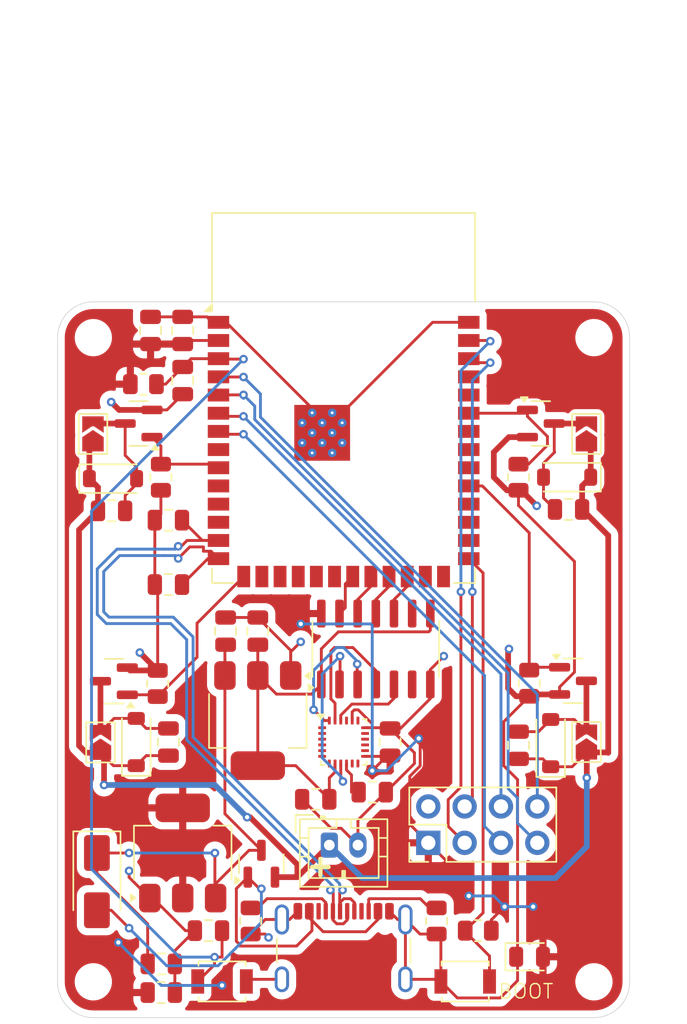
<source format=kicad_pcb>
(kicad_pcb (version 20241229) (generator "pcbnew") (generator_version "9.0")
  (layers (0 "F.Cu" signal) (4 "In1.Cu" signal) (6 "In2.Cu" signal) (2 "B.Cu" signal) (13 "F.Paste" user) (15 "B.Paste" user) (5 "F.SilkS" user "F.Silkscreen") (7 "B.SilkS" user "B.Silkscreen") (1 "F.Mask" user) (3 "B.Mask" user) (25 "Edge.Cuts" user))
  (net 0 "")
  (net 1 "+3.3V")
  (net 2 "GND")
  (net 3 "Net-(U4-REGOUT)")
  (net 4 "EN")
  (net 5 "D-")
  (net 6 "D+")
  (net 7 "VIN")
  (net 8 "Net-(D1-A)")
  (net 9 "+BATT")
  (net 10 "Net-(D3-A)")
  (net 11 "Net-(D4-A)")
  (net 12 "Net-(D5-A)")
  (net 13 "+1V8")
  (net 14 "Net-(D2-A)")
  (net 15 "IO9")
  (net 16 "IO10")
  (net 17 "IO12")
  (net 18 "IO11")
  (net 19 "IO1")
  (net 20 "IO2")
  (net 21 "IO3")
  (net 22 "IO4")
  (net 23 "IO0")
  (net 24 "IO8")
  (net 27 "IO5")
  (net 29 "IO6")
  (net 32 "IO7")
  (net 37 "Net-(U3-A2)")
  (net 40 "Net-(U3-A4)")
  (net 41 "Net-(U3-A1)")
  (net 42 "Net-(U3-A3)")
  (net 58 "Net-(J9-CC2)")
  (net 59 "Net-(J9-CC1)")
  (net 63 "IO13")
  (net 64 "IO14")
  (footprint "Connector_PinHeader_2.54mm:PinHeader_2x04_P2.54mm_Vertical" (layer "F.Cu") (at 150.92 95.29 90)
    (property "Reference" "J7" (hide yes))
    (property "Value" "Conn_02x04_Top_Bottom" (hide yes))
  )
  (footprint "Package_TO_SOT_SMD:SOT-223-3_TabPin2" (layer "F.Cu") (at 139 86.75 -90)
    (property "Reference" "U5" (hide yes))
    (property "Value" "AMS1117-1.8" (hide yes))
  )
  (footprint "Jumper:SolderJumper-2_P1.3mm_Open_TrianglePad1.0x1.5mm" (layer "F.Cu") (at 127.474964 66.725 90)
    (property "Reference" "J1" (hide yes))
    (property "Value" "MOTOR" (hide yes))
  )
  (footprint "Connector_JST:JST_PH_B2B-PH-K_1x02_P2.00mm_Vertical" (layer "F.Cu") (at 144 95.45)
    (property "Reference" "J2" (hide yes))
    (property "Value" "BATT" (hide yes))
  )
  (footprint "Capacitor_SMD:C_0805_2012Metric" (layer "F.Cu") (at 132.75 88.25 90)
    (property "Reference" "C10" (hide yes))
    (property "Value" "1uF" (hide yes))
  )
  (footprint "Resistor_SMD:R_0805_2012Metric" (layer "F.Cu") (at 157.974964 84.1375 -90)
    (property "Reference" "R5" (hide yes))
    (property "Value" "10K" (hide yes))
  )
  (footprint "Jumper:SolderJumper-2_P1.3mm_Open_TrianglePad1.0x1.5mm" (layer "F.Cu") (at 161.974964 66.725 90)
    (property "Reference" "J6" (hide yes))
    (property "Value" "MOTOR" (hide yes))
  )
  (footprint "Capacitor_SMD:C_0805_2012Metric" (layer "F.Cu") (at 157.224964 88.475 90)
    (property "Reference" "C11" (hide yes))
    (property "Value" "1uF" (hide yes))
  )
  (footprint "Diode_SMD:D_SOD-123" (layer "F.Cu") (at 160.624964 69.75 180)
    (property "Reference" "D5" (hide yes))
    (property "Value" "1N4148W" (hide yes))
  )
  (footprint "Capacitor_SMD:C_0805_2012Metric" (layer "F.Cu") (at 148.25 88.25 90)
    (property "Reference" "C16" (hide yes))
    (property "Value" "0.1uF" (hide yes))
  )
  (footprint "Capacitor_SMD:C_0805_2012Metric" (layer "F.Cu") (at 132.75 77.25 180)
    (property "Reference" "C6" (hide yes))
    (property "Value" "22uF" (hide yes))
  )
  (footprint "Button_Switch_SMD:SW_SPST_B3U-1000P" (layer "F.Cu") (at 153.5 104.975)
    (property "Reference" "SW2" (hide yes))
    (property "Value" "BOOT" (hide yes))
  )
  (footprint "MountingHole:MountingHole_2.1mm" (layer "F.Cu") (at 162.5 105)
    (property "Reference" "H4" (hide yes))
    (property "Value" "MountingHole" (hide yes))
  )
  (footprint "Resistor_SMD:R_0805_2012Metric" (layer "F.Cu") (at 154.4125 101.425 180)
    (property "Reference" "R3" (hide yes))
    (property "Value" "10K" (hide yes))
  )
  (footprint "LED_SMD:LED_0805_2012Metric" (layer "F.Cu") (at 158 103.25)
    (property "Reference" "D6" (hide yes))
    (property "Value" "LED" (hide yes))
  )
  (footprint "Capacitor_SMD:C_0805_2012Metric" (layer "F.Cu") (at 143.05 92.25 180)
    (property "Reference" "C17" (hide yes))
    (property "Value" "0.1uF" (hide yes))
  )
  (footprint "Diode_SMD:D_SOD-123" (layer "F.Cu") (at 159.474964 88.325 90)
    (property "Reference" "D4" (hide yes))
    (property "Value" "1N4148W" (hide yes))
  )
  (footprint "RF_Module:ESP32-S3-WROOM-1" (layer "F.Cu") (at 145 64.19)
    (property "Reference" "U1" (hide yes))
    (property "Value" "ESP32-S3-WROOM-1" (hide yes))
  )
  (footprint "Jumper:SolderJumper-2_P1.3mm_Open_TrianglePad1.0x1.5mm" (layer "F.Cu") (at 161.974964 88.25 90)
    (property "Reference" "J5" (hide yes))
    (property "Value" "MOTOR" (hide yes))
  )
  (footprint "Resistor_SMD:R_0805_2012Metric" (layer "F.Cu") (at 138.5 100.75 -90)
    (property "Reference" "R7" (hide yes))
    (property "Value" "5.1K" (hide yes))
  )
  (footprint "Capacitor_SMD:C_0805_2012Metric" (layer "F.Cu") (at 131.5 59.5 90)
    (property "Reference" "C1" (hide yes))
    (property "Value" "22uF" (hide yes))
  )
  (footprint "Resistor_SMD:R_0805_2012Metric" (layer "F.Cu") (at 151.5 100.75 -90)
    (property "Reference" "R8" (hide yes))
    (property "Value" "5.1K" (hide yes))
  )
  (footprint "Package_TO_SOT_SMD:SOT-23" (layer "F.Cu") (at 161.037464 83.975)
    (property "Reference" "Q4" (hide yes))
    (property "Value" "AO3400A" (hide yes))
  )
  (footprint "Diode_SMD:D_SMA" (layer "F.Cu") (at 127.75 98 -90)
    (property "Reference" "D2" (hide yes))
    (property "Value" "SS34" (hide yes))
  )
  (footprint "Capacitor_SMD:C_0805_2012Metric" (layer "F.Cu") (at 133.75 59.5 90)
    (property "Reference" "C2" (hide yes))
    (property "Value" "100nF" (hide yes))
  )
  (footprint "Package_TO_SOT_SMD:SOT-23" (layer "F.Cu") (at 130.662464 66 180)
    (property "Reference" "Q1" (hide yes))
    (property "Value" "AO3400A" (hide yes))
  )
  (footprint "MountingHole:MountingHole_2.1mm" (layer "F.Cu") (at 162.5 60)
    (property "Reference" "H2" (hide yes))
    (property "Value" "MountingHole" (hide yes))
  )
  (footprint "Capacitor_SMD:C_0805_2012Metric" (layer "F.Cu") (at 128.774964 72.1)
    (property "Reference" "C9" (hide yes))
    (property "Value" "1uF" (hide yes))
  )
  (footprint "Capacitor_SMD:C_0805_2012Metric" (layer "F.Cu") (at 139 80.5 90)
    (property "Reference" "C15" (hide yes))
    (property "Value" "10uF" (hide yes))
  )
  (footprint "Capacitor_SMD:C_0805_2012Metric" (layer "F.Cu") (at 135.55 101.425)
    (property "Reference" "C7" (hide yes))
    (property "Value" "0.1uF" (hide yes))
  )
  (footprint "Button_Switch_SMD:SW_SPST_B3U-1000P" (layer "F.Cu") (at 136.5 104.975 180)
    (property "Reference" "SW1" (hide yes))
    (property "Value" "RST" (hide yes))
  )
  (footprint "Jumper:SolderJumper-2_P1.3mm_Open_TrianglePad1.0x1.5mm" (layer "F.Cu") (at 128 88.275 90)
    (property "Reference" "J4" (hide yes))
    (property "Value" "MOTOR" (hide yes))
  )
  (footprint "Capacitor_SMD:C_0805_2012Metric" (layer "F.Cu") (at 136.75 80.5 90)
    (property "Reference" "C14" (hide yes))
    (property "Value" "10uF" (hide yes))
  )
  (footprint "Package_TO_SOT_SMD:SOT-23" (layer "F.Cu") (at 158.787464 66)
    (property "Reference" "Q5" (hide yes))
    (property "Value" "AO3400A" (hide yes))
  )
  (footprint "Package_SO:SOIC-14_3.9x8.7mm_P1.27mm" (layer "F.Cu") (at 147.25 81.75 90)
    (property "Reference" "U3" (hide yes))
    (property "Value" "TXB0104D" (hide yes))
  )
  (footprint "Package_TO_SOT_SMD:SOT-223-3_TabPin2" (layer "F.Cu") (at 133.75 96 90)
    (property "Reference" "U6" (hide yes))
    (property "Value" "AMS1117-3.3" (hide yes))
  )
  (footprint "Capacitor_SMD:C_0805_2012Metric" (layer "F.Cu") (at 132.25 105.75)
    (property "Reference" "C13" (hide yes))
    (property "Value" "22uF" (hide yes))
  )
  (footprint "Package_TO_SOT_SMD:SOT-23" (layer "F.Cu") (at 139.25 96.75 90)
    (property "Reference" "Q2" (hide yes))
    (property "Value" "AO3401A" (hide yes))
  )
  (footprint "Resistor_SMD:R_0805_2012Metric" (layer "F.Cu") (at 157.224964 69.75 -90)
    (property "Reference" "R6" (hide yes))
    (property "Value" "10K" (hide yes))
  )
  (footprint "Resistor_SMD:R_0805_2012Metric" (layer "F.Cu") (at 132.224964 69.75 -90)
    (property "Reference" "R2" (hide yes))
    (property "Value" "10K" (hide yes))
  )
  (footprint "Resistor_SMD:R_0805_2012Metric" (layer "F.Cu") (at 132 84.1625 90)
    (property "Reference" "R4" (hide yes))
    (property "Value" "10K" (hide yes))
  )
  (footprint "Diode_SMD:D_SOD-123" (layer "F.Cu") (at 130.5 88.25 90)
    (property "Reference" "D3" (hide yes))
    (property "Value" "1N4148W" (hide yes))
  )
  (footprint "Capacitor_SMD:C_0805_2012Metric" (layer "F.Cu") (at 160.724964 72 180)
    (property "Reference" "C12" (hide yes))
    (property "Value" "1uF" (hide yes))
  )
  (footprint "Connector_USB:USB_C_Receptacle_GCT_USB4105-xx-A_16P_TopMnt_Horizontal" (layer "F.Cu") (at 145 103.75)
    (property "Reference" "J9" (hide yes))
    (property "Value" "USB_C_Receptacle_USB2.0_16P" (hide yes))
  )
  (footprint "Package_TO_SOT_SMD:SOT-23" (layer "F.Cu") (at 128.9375 84 180)
    (property "Reference" "Q3" (hide yes))
    (property "Value" "AO3400A" (hide yes))
  )
  (footprint "Sensor_Motion:InvenSense_QFN-24_3x3mm_P0.4mm" (layer "F.Cu") (at 145 88.25)
    (property "Reference" "U4" (hide yes))
    (property "Value" "ICM-20948" (hide yes))
  )
  (footprint "MountingHole:MountingHole_2.1mm" (layer "F.Cu") (at 127.5 105)
    (property "Reference" "H3" (hide yes))
    (property "Value" "MountingHole" (hide yes))
  )
  (footprint "Capacitor_SMD:C_0805_2012Metric" (layer "F.Cu") (at 147 91.75)
    (property "Reference" "C3" (hide yes))
    (property "Value" "0.1uF" (hide yes))
  )
  (footprint "Diode_SMD:D_SOD-123" (layer "F.Cu") (at 128.874964 69.85)
    (property "Reference" "D1" (hide yes))
    (property "Value" "1N4148W" (hide yes))
  )
  (footprint "Resistor_SMD:R_0805_2012Metric" (layer "F.Cu") (at 131 63.25)
    (property "Reference" "R1" (hide yes))
    (property "Value" "10K" (hide yes))
  )
  (footprint "MountingHole:MountingHole_2.1mm" (layer "F.Cu") (at 127.5 60)
    (property "Reference" "H1" (hide yes))
    (property "Value" "MountingHole" (hide yes))
  )
  (footprint "Capacitor_SMD:C_0805_2012Metric" (layer "F.Cu") (at 133.75 63 -90)
    (property "Reference" "C4" (hide yes))
    (property "Value" "1uF" (hide yes))
  )
  (footprint "Capacitor_SMD:C_0805_2012Metric" (layer "F.Cu") (at 132.75 72.75 180)
    (property "Reference" "C5" (hide yes))
    (property "Value" "22uF" (hide yes))
  )
  (footprint "Capacitor_SMD:C_0805_2012Metric" (layer "F.Cu") (at 132.25 103.75)
    (property "Reference" "C8" (hide yes))
    (property "Value" "10uF" (hide yes))
  )
  (gr_line (start 162.5 107.5) (end 127.5 107.5) (stroke (width 0.05)) (layer "Edge.Cuts"))
  (gr_arc (start 162.5 57.5) (mid 164.267767 58.232233) (end 165 60) (stroke (width 0.05)) (layer "Edge.Cuts"))
  (gr_arc (start 165 105) (mid 164.267767 106.767767) (end 162.5 107.5) (stroke (width 0.05)) (layer "Edge.Cuts"))
  (gr_line (start 165 60) (end 165 105) (stroke (width 0.05)) (layer "Edge.Cuts"))
  (gr_arc (start 125 60) (mid 125.732233 58.232233) (end 127.5 57.5) (stroke (width 0.05)) (layer "Edge.Cuts"))
  (gr_line (start 127.5 57.5) (end 162.5 57.5) (stroke (width 0.05)) (layer "Edge.Cuts"))
  (gr_arc (start 127.5 107.5) (mid 125.732233 106.767767) (end 125 105) (stroke (width 0.05)) (layer "Edge.Cuts"))
  (gr_line (start 125 105) (end 125 60) (stroke (width 0.05)) (layer "Edge.Cuts"))
  (gr_text "BOOT" (at 155.75 106.25 0) (layer "F.SilkS") (effects (font (size 1 1) (thickness 0.1)) (justify left bottom)))
  (gr_text "+" (at 142.25 97.75 0) (layer "F.SilkS") (effects (font (size 1.5 1.5) (thickness 0.3) (bold yes)) (justify left bottom)))
  (segment (start 155.325 101.425) (end 155.325 100.675) (width 0.2) (layer "F.Cu") (net 1))
  (segment (start 150.92 95.29) (end 149.624265 93.994265) (width 0.2) (layer "F.Cu") (net 1))
  (segment (start 150.92 95.29) (end 153.75 98.12) (width 0.2) (layer "F.Cu") (net 1))
  (segment (start 155.325 100.675) (end 156.25 99.75) (width 0.2) (layer "F.Cu") (net 1))
  (segment (start 134 60.2) (end 133.75 60.45) (width 0.2) (layer "F.Cu") (net 1))
  (segment (start 150.351 88.101) (end 150.25 88) (width 0.2) (layer "F.Cu") (net 1))
  (segment (start 148.05 89.2) (end 147 90.25) (width 0.2) (layer "F.Cu") (net 1))
  (segment (start 150.351 89.9161) (end 150.351 88.101) (width 0.2) (layer "F.Cu") (net 1))
  (segment (start 153.75 98.12) (end 153.75 99) (width 0.2) (layer "F.Cu") (net 1))
  (segment (start 142.725 79.275) (end 142 80) (width 0.2) (layer "F.Cu") (net 1))
  (segment (start 133.75 60.45) (end 131.5 60.45) (width 0.2) (layer "F.Cu") (net 1))
  (segment (start 136.25 60.2) (end 134 60.2) (width 0.2) (layer "F.Cu") (net 1))
  (segment (start 148.199 89.251) (end 146.5 89.251) (width 0.2) (layer "F.Cu") (net 1))
  (segment (start 149.624265 93.994265) (end 149.624265 90.642835) (width 0.2) (layer "F.Cu") (net 1))
  (segment (start 148.25 89.2) (end 148.05 89.2) (width 0.2) (layer "F.Cu") (net 1))
  (segment (start 143.44 79.275) (end 142.725 79.275) (width 0.2) (layer "F.Cu") (net 1))
  (segment (start 148.25 89.2) (end 148.199 89.251) (width 0.2) (layer "F.Cu") (net 1))
  (segment (start 149.624265 90.642835) (end 150.351 89.9161) (width 0.2) (layer "F.Cu") (net 1))
  (via (at 136.5 105.25) (size 0.6) (drill 0.3) (layers "F.Cu" "B.Cu") (net 1))
  (via (at 129.25 102.25) (size 0.6) (drill 0.3) (layers "F.Cu" "B.Cu") (net 1))
  (via (at 150.25 88) (size 0.6) (drill 0.3) (layers "F.Cu" "B.Cu") (net 1))
  (via (at 142 80) (size 0.6) (drill 0.3) (layers "F.Cu" "B.Cu") (net 1))
  (via (at 153.75 99) (size 0.6) (drill 0.3) (layers "F.Cu" "B.Cu") (net 1))
  (via (at 158.25 99.75) (size 0.6) (drill 0.3) (layers "F.Cu" "B.Cu") (net 1))
  (via (at 147 90.25) (size 0.6) (drill 0.3) (layers "F.Cu" "B.Cu") (net 1))
  (via (at 156.25 99.75) (size 0.6) (drill 0.3) (layers "F.Cu" "B.Cu") (net 1))
  (segment (start 155.5 99) (end 156.25 99.75) (width 0.2) (layer "B.Cu") (net 1))
  (segment (start 146.900057 80) (end 147 80.099943) (width 0.2) (layer "B.Cu") (net 1))
  (segment (start 153.75 99) (end 155.5 99) (width 0.2) (layer "B.Cu") (net 1))
  (segment (start 150.25 88) (end 148 90.25) (width 0.2) (layer "B.Cu") (net 1))
  (segment (start 132.25 105.25) (end 129.25 102.25) (width 0.2) (layer "B.Cu") (net 1))
  (segment (start 147 80.099943) (end 147 90.25) (width 0.2) (layer "B.Cu") (net 1))
  (segment (start 156.25 99.75) (end 158.25 99.75) (width 0.2) (layer "B.Cu") (net 1))
  (segment (start 142 80) (end 146.900057 80) (width 0.2) (layer "B.Cu") (net 1))
  (segment (start 136.5 105.25) (end 132.25 105.25) (width 0.2) (layer "B.Cu") (net 1))
  (segment (start 148 90.25) (end 147 90.25) (width 0.2) (layer "B.Cu") (net 1))
  (segment (start 146.022774 86) (end 147 86.977226) (width 0.2) (layer "F.Cu") (net 2))
  (segment (start 133.2 105.75) (end 133.2 103.75) (width 0.2) (layer "F.Cu") (net 2))
  (segment (start 160.099964 84.404468) (end 161.138464 83.365968) (width 0.2) (layer "F.Cu") (net 2))
  (segment (start 147.749 87.249) (end 147 87.249) (width 0.2) (layer "F.Cu") (net 2))
  (segment (start 141.3 81.95) (end 142 81.25) (width 0.2) (layer "F.Cu") (net 2))
  (segment (start 143.5 66.65) (end 143.5 65.648) (width 0.2) (layer "F.Cu") (net 2))
  (segment (start 159.974964 85.05) (end 160.099964 84.925) (width 0.2) (layer "F.Cu") (net 2))
  (segment (start 151.22 58.93) (end 143.5 66.65) (width 0.2) (layer "F.Cu") (net 2))
  (segment (start 151.5 101.6625) (end 151.8 101.9625) (width 0.2) (layer "F.Cu") (net 2))
  (segment (start 157.4125 70.6625) (end 158.5 71.75) (width 0.4) (layer "F.Cu") (net 2))
  (segment (start 131.599964 65.05) (end 132.65 65.05) (width 0.2) (layer "F.Cu") (net 2))
  (segment (start 156.55 66.95) (end 157.849964 66.95) (width 0.4) (layer "F.Cu") (net 2))
  (segment (start 131.45 99.15) (end 131.66116 99.15) (width 0.2) (layer "F.Cu") (net 2))
  (segment (start 148.25 87.3) (end 148.975 87.3) (width 0.2) (layer "F.Cu") (net 2))
  (segment (start 157.974964 85.05) (end 157.05 85.05) (width 0.4) (layer "F.Cu") (net 2))
  (segment (start 139.5125 101.6625) (end 139.75 101.9) (width 0.2) (layer "F.Cu") (net 2))
  (segment (start 147.95 91.75) (end 149.95 89.75) (width 0.2) (layer "F.Cu") (net 2))
  (segment (start 156.4125 70.6625) (end 155.5 69.75) (width 0.4) (layer "F.Cu") (net 2))
  (segment (start 151.06 85.215) (end 151.06 84.225) (width 0.2) (layer "F.Cu") (net 2))
  (segment (start 157.161 90.872196) (end 156.198964 89.91016) (width 0.2) (layer "F.Cu") (net 2))
  (segment (start 131.66116 99.15) (end 133.93616 101.425) (width 0.2) (layer "F.Cu") (net 2))
  (segment (start 132.65 65.05) (end 133.75 63.95) (width 0.2) (layer "F.Cu") (net 2))
  (segment (start 157.224964 70.6625) (end 156.4125 70.6625) (width 0.4) (layer "F.Cu") (net 2))
  (segment (start 149.95 89.75) (end 149.95 89) (width 0.2) (layer "F.Cu") (net 2))
  (segment (start 148.975 87.3) (end 151.06 85.215) (width 0.2) (layer "F.Cu") (net 2))
  (segment (start 131.8 72.75) (end 131.8 77.25) (width 0.2) (layer "F.Cu") (net 2))
  (segment (start 141.3 81.85) (end 139 79.55) (width 0.2) (layer "F.Cu") (net 2))
  (segment (start 141.225 100.645) (end 141.8 100.07) (width 0.2) (layer "F.Cu") (net 2))
  (segment (start 133.93616 101.425) (end 134.6 101.425) (width 0.2) (layer "F.Cu") (net 2))
  (segment (start 131.8 77.3) (end 132 77.5) (width 0.2) (layer "F.Cu") (net 2))
  (segment (start 139.5175 100.645) (end 138.5 101.6625) (width 0.2) (layer "F.Cu") (net 2))
  (segment (start 161.138464 83.365968) (end 161.138464 75.638464) (width 0.2) (layer "F.Cu") (net 2))
  (segment (start 138.35 104.825) (end 138.2 104.975) (width 0.2) (layer "F.Cu") (net 2))
  (segment (start 129.3 65.05) (end 128.75 64.5) (width 0.4) (layer "F.Cu") (net 2))
  (segment (start 131.599964 65.05) (end 129.3 65.05) (width 0.4) (layer "F.Cu") (net 2))
  (segment (start 140.68 100.645) (end 141.225 100.645) (width 0.2) (layer "F.Cu") (net 2))
  (segment (start 131.8 77.25) (end 131.8 77.3) (width 0.2) (layer "F.Cu") (net 2))
  (segment (start 149.95 89) (end 148.25 87.3) (width 0.2) (layer "F.Cu") (net 2))
  (segment (start 147 87.249) (end 146.5 87.249) (width 0.2) (layer "F.Cu") (net 2))
  (segment (start 147 86.977226) (end 147 87.249) (width 0.2) (layer "F.Cu") (net 2))
  (segment (start 135.44 58.55) (end 133.75 58.55) (width 0.2) (layer "F.Cu") (net 2))
  (segment (start 132 83.25) (end 130.75 82) (width 0.4) (layer "F.Cu") (net 2))
  (segment (start 156.5 84.5) (end 156.5 81.81) (width 0.4) (layer "F.Cu") (net 2))
  (segment (start 146 95.45) (end 144.824 94.274) (width 0.2) (layer "F.Cu") (net 2))
  (segment (start 146 93.7) (end 147.95 91.75) (width 0.2) (layer "F.Cu") (net 2))
  (segment (start 148.775 100.645) (end 148.2 100.07) (width 0.2) (layer "F.Cu") (net 2))
  (segment (start 150.3375 101.6625) (end 149.32 100.645) (width 0.2) (layer "F.Cu") (net 2))
  (segment (start 148.25 87.3) (end 147.8 87.3) (width 0.2) (layer "F.Cu") (net 2))
  (segment (start 151.375 104.825) (end 149.32 104.825) (width 0.2) (layer "F.Cu") (net 2))
  (segment (start 145.6 86.15) (end 145.75 86) (width 0.2) (layer "F.Cu") (net 2))
  (segment (start 130 97.7) (end 131.45 99.15) (width 0.2) (layer "F.Cu") (net 2))
  (segment (start 140.68 100.645) (end 139.5175 100.645) (width 0.2) (layer "F.Cu") (net 2))
  (segment (start 146 95.45) (end 146 93.7) (width 0.2) (layer "F.Cu") (net 2))
  (segment (start 156.198964 86.826) (end 157.974964 85.05) (width 0.2) (layer "F.Cu") (net 2))
  (segment (start 136.25 58.93) (end 135.82 58.93) (width 0.2) (layer "F.Cu") (net 2))
  (segment (start 157.224964 71.724964) (end 157.224964 70.6625) (width 0.2) (layer "F.Cu") (net 2))
  (segment (start 151.8 104.975) (end 151.525 104.975) (width 0.2) (layer "F.Cu") (net 2))
  (segment (start 136.782 58.93) (end 136.25 58.93) (width 0.2) (layer "F.Cu") (net 2))
  (segment (start 151.06 84.225) (end 151.06 83.19) (width 0.2) (layer "F.Cu") (net 2))
  (segment (start 156.5 81.81) (end 156.56 81.75) (width 0.4) (layer "F.Cu") (net 2))
  (segment (start 149.32 100.645) (end 149.32 104.825) (width 0.2) (layer "F.Cu") (net 2))
  (segment (start 147.8 87.3) (end 147.749 87.249) (width 0.2) (layer "F.Cu") (net 2))
  (segment (start 141.3 83.6) (end 141.3 81.85) (width 0.2) (layer "F.Cu") (net 2))
  (segment (start 151.8 104.975) (end 152.951 106.126) (width 0.2) (layer "F.Cu") (net 2))
  (segment (start 155.5 69.75) (end 155.5 68) (width 0.4) (layer "F.Cu") (net 2))
  (segment (start 132.224964 72.325036) (end 131.8 72.75) (width 0.2) (layer "F.Cu") (net 2))
  (segment (start 132 83.25) (end 130.075 83.25) (width 0.4) (layer "F.Cu") (net 2))
  (segment (start 138.5 101.6625) (end 139.5125 101.6625) (width 0.2) (layer "F.Cu") (net 2))
  (segment (start 155.951 106.126) (end 157.161 104.916) (width 0.2) (layer "F.Cu") (net 2))
  (segment (start 139 79.55) (end 136.75 79.55) (width 0.2) (layer "F.Cu") (net 2))
  (segment (start 133.2 103.75) (end 133.2 102.825) (width 0.2) (layer "F.Cu") (net 2))
  (segment (start 151.06 83.19) (end 152 82.25) (width 0.2) (layer "F.Cu") (net 2))
  (segment (start 144.824 94.274) (end 144.124 94.274) (width 0.2) (layer "F.Cu") (net 2))
  (segment (start 153.75 58.93) (end 151.22 58.93) (width 0.2) (layer "F.Cu") (net 2))
  (segment (start 157.224964 70.6625) (end 157.4125 70.6625) (width 0.2) (layer "F.Cu") (net 2))
  (segment (start 160.099964 84.925) (end 160.099964 84.404468) (width 0.2) (layer "F.Cu") (net 2))
  (segment (start 160.099964 84.925) (end 158.099964 84.925) (width 0.4) (layer "F.Cu") (net 2))
  (segment (start 157.05 85.05) (end 156.5 84.5) (width 0.4) (layer "F.Cu") (net 2))
  (segment (start 156.198964 89.91016) (end 156.198964 86.826) (width 0.2) (layer "F.Cu") (net 2))
  (segment (start 151.525 104.975) (end 151.375 104.825) (width 0.2) (layer "F.Cu") (net 2))
  (segment (start 157.161 104.916) (end 157.161 90.872196) (width 0.2) (layer "F.Cu") (net 2))
  (segment (start 132 77.5) (end 132 83.25) (width 0.2) (layer "F.Cu") (net 2))
  (segment (start 141.3 83.6) (end 141.3 81.95) (width 0.2) (layer "F.Cu") (net 2))
  (segment (start 144.124 94.274) (end 142.1 92.25) (width 0.2) (layer "F.Cu") (net 2))
  (segment (start 133.2 102.825) (end 134.6 101.425) (width 0.2) (layer "F.Cu") (net 2))
  (segment (start 135.82 58.93) (end 135.44 58.55) (width 0.2) (layer "F.Cu") (net 2))
  (segment (start 152.951 106.126) (end 155.951 106.126) (width 0.2) (layer "F.Cu") (net 2))
  (segment (start 149.32 100.645) (end 148.775 100.645) (width 0.2) (layer "F.Cu") (net 2))
  (segment (start 145.6 86.75) (end 145.6 86.15) (width 0.2) (layer "F.Cu") (net 2))
  (segment (start 151.5 101.6625) (end 150.3375 101.6625) (width 0.2) (layer "F.Cu") (net 2))
  (segment (start 155.5 68) (end 156.55 66.95) (width 0.4) (layer "F.Cu") (net 2))
  (segment (start 131.5 58.55) (end 133.75 58.55) (width 0.2) (layer "F.Cu") (net 2))
  (segment (start 140.68 104.825) (end 138.35 104.825) (width 0.2) (layer "F.Cu") (net 2))
  (segment (start 132.224964 70.6625) (end 132.224964 72.325036) (width 0.2) (layer "F.Cu") (net 2))
  (segment (start 130 97.25) (end 130 97.7) (width 0.2) (layer "F.Cu") (net 2))
  (segment (start 143.5 65.648) (end 136.782 58.93) (width 0.2) (layer "F.Cu") (net 2))
  (segment (start 130.075 83.25) (end 129.875 83.05) (width 0.4) (layer "F.Cu") (net 2))
  (segment (start 151.8 101.9625) (end 151.8 104.975) (width 0.2) (layer "F.Cu") (net 2))
  (segment (start 161.138464 75.638464) (end 157.224964 71.724964) (width 0.2) (layer "F.Cu") (net 2))
  (segment (start 145.75 86) (end 146.022774 86) (width 0.2) (layer "F.Cu") (net 2))
  (segment (start 158.099964 84.925) (end 157.974964 85.05) (width 0.3) (layer "F.Cu") (net 2))
  (via (at 139.75 101.9) (size 0.6) (drill 0.3) (layers "F.Cu" "B.Cu") (net 2))
  (via (at 128.75 64.5) (size 0.6) (drill 0.3) (layers "F.Cu" "B.Cu") (net 2))
  (via (at 152 82.25) (size 0.6) (drill 0.3) (layers "F.Cu" "B.Cu") (net 2))
  (via (at 158.5 71.75) (size 0.6) (drill 0.3) (layers "F.Cu" "B.Cu") (net 2))
  (via (at 142 81.25) (size 0.6) (drill 0.3) (layers "F.Cu" "B.Cu") (net 2))
  (via (at 130.75 82) (size 0.6) (drill 0.3) (layers "F.Cu" "B.Cu") (net 2))
  (via (at 130 97.25) (size 0.6) (drill 0.3) (layers "F.Cu" "B.Cu") (net 2))
  (via (at 156.56 81.75) (size 0.6) (drill 0.3) (layers "F.Cu" "B.Cu") (net 2))
  (segment (start 145.55 90.55) (end 145.55 91.75) (width 0.2) (layer "F.Cu") (net 3))
  (segment (start 145.2 90.2) (end 145.55 90.55) (width 0.2) (layer "F.Cu") (net 3))
  (segment (start 145.2 89.75) (end 145.2 90.2) (width 0.2) (layer "F.Cu") (net 3))
  (segment (start 136.5 103.275) (end 135.975 103.275) (width 0.2) (layer "F.Cu") (net 4))
  (segment (start 138 61.5) (end 136.28 61.5) (width 0.2) (layer "F.Cu") (net 4))
  (segment (start 136.5 103.275) (end 136.5 101.425) (width 0.2) (layer "F.Cu") (net 4))
  (segment (start 135.975 103.8) (end 134.8 104.975) (width 0.2) (layer "F.Cu") (net 4))
  (segment (start 132.55 63.25) (end 133.75 62.05) (width 0.2) (layer "F.Cu") (net 4))
  (segment (start 134.33 61.47) (end 136.25 61.47) (width 0.2) (layer "F.Cu") (net 4))
  (segment (start 135.975 103.275) (end 135.975 103.8) (width 0.2) (layer "F.Cu") (net 4))
  (segment (start 133.75 62.05) (end 134.33 61.47) (width 0.2) (layer "F.Cu") (net 4))
  (segment (start 131.9125 63.25) (end 132.55 63.25) (width 0.2) (layer "F.Cu") (net 4))
  (segment (start 136.28 61.5) (end 136.25 61.47) (width 0.2) (layer "F.Cu") (net 4))
  (via (at 135.975 103.275) (size 0.6) (drill 0.3) (layers "F.Cu" "B.Cu") (net 4))
  (via (at 138 61.5) (size 0.6) (drill 0.3) (layers "F.Cu" "B.Cu") (net 4))
  (segment (start 135.975 103.275) (end 133.525 103.275) (width 0.2) (layer "B.Cu") (net 4))
  (segment (start 127.374 97.124) (end 127.374 72.126) (width 0.2) (layer "B.Cu") (net 4))
  (segment (start 127.374 72.126) (end 138 61.5) (width 0.2) (layer "B.Cu") (net 4))
  (segment (start 133.525 103.275) (end 127.374 97.124) (width 0.2) (layer "B.Cu") (net 4))
  (segment (start 144.25 100.678824) (end 144.25 100.07) (width 0.2) (layer "F.Cu") (net 5))
  (segment (start 144.274999 98.789651) (end 144.075 98.589652) (width 0.2) (layer "F.Cu") (net 5))
  (segment (start 135.12 74.17) (end 133.7 72.75) (width 0.2) (layer "F.Cu") (net 5))
  (segment (start 136.25 74.17) (end 135.12 74.17) (width 0.2) (layer "F.Cu") (net 5))
  (segment (start 134.053323 74.17) (end 136.25 74.17) (width 0.2) (layer "F.Cu") (net 5))
  (segment (start 144.517176 100.946) (end 144.25 100.678824) (width 0.2) (layer "F.Cu") (net 5))
  (segment (start 133.648323 74.575) (end 134.053323 74.17) (width 0.2) (layer "F.Cu") (net 5))
  (segment (start 144.274999 100.045001) (end 144.274999 98.789651) (width 0.2) (layer "F.Cu") (net 5))
  (segment (start 133.43472 74.575) (end 133.648323 74.575) (width 0.2) (layer "F.Cu") (net 5))
  (segment (start 145.25 100.678824) (end 144.982824 100.946) (width 0.2) (layer "F.Cu") (net 5))
  (segment (start 145.25 100.07) (end 145.25 100.678824) (width 0.2) (layer "F.Cu") (net 5))
  (segment (start 144.982824 100.946) (end 144.517176 100.946) (width 0.2) (layer "F.Cu") (net 5))
  (segment (start 144.25 100.07) (end 144.274999 100.045001) (width 0.2) (layer "F.Cu") (net 5))
  (via (at 133.43472 74.575) (size 0.6) (drill 0.3) (layers "F.Cu" "B.Cu") (net 5))
  (via (at 144.075 98.589652) (size 0.6) (drill 0.3) (layers "F.Cu" "B.Cu") (net 5))
  (segment (start 132.5 74.775) (end 132.500001 74.774999) (width 0.2) (layer "B.Cu") (net 5))
  (segment (start 132.906802 79.975) (end 128.406802 79.975) (width 0.2) (layer "B.Cu") (net 5))
  (segment (start 132.500001 74.774999) (end 133.234721 74.774999) (width 0.2) (layer "B.Cu") (net 5))
  (segment (start 129.156802 74.775) (end 132.5 74.775) (width 0.2) (layer "B.Cu") (net 5))
  (segment (start 127.775 76.156802) (end 129.156802 74.775) (width 0.2) (layer "B.Cu") (net 5))
  (segment (start 144.274999 98.389653) (end 144.274999 98.343197) (width 0.2) (layer "B.Cu") (net 5))
  (segment (start 127.775 79.343198) (end 127.775 76.156802) (width 0.2) (layer "B.Cu") (net 5))
  (segment (start 144.274999 98.343197) (end 134.025 88.093198) (width 0.2) (layer "B.Cu") (net 5))
  (segment (start 134.025 81.093198) (end 132.906802 79.975) (width 0.2) (layer "B.Cu") (net 5))
  (segment (start 128.406802 79.975) (end 127.775 79.343198) (width 0.2) (layer "B.Cu") (net 5))
  (segment (start 133.234721 74.774999) (end 133.43472 74.575) (width 0.2) (layer "B.Cu") (net 5))
  (segment (start 144.075 98.589652) (end 144.274999 98.389653) (width 0.2) (layer "B.Cu") (net 5))
  (segment (start 134.025 88.093198) (end 134.025 81.093198) (width 0.2) (layer "B.Cu") (net 5))
  (segment (start 133.43472 75.425) (end 134.239719 74.620001) (width 0.2) (layer "F.Cu") (net 6))
  (segment (start 144.75 100.07) (end 144.725001 100.045001) (width 0.2) (layer "F.Cu") (net 6))
  (segment (start 135.199 74.921) (end 135.731 74.921) (width 0.2) (layer "F.Cu") (net 6))
  (segment (start 145.482824 99.194) (end 145.75 99.461176) (width 0.2) (layer "F.Cu") (net 6))
  (segment (start 144.75 100.07) (end 144.75 99.461176) (width 0.2) (layer "F.Cu") (net 6))
  (segment (start 144.725001 100.045001) (end 144.725001 98.789651) (width 0.2) (layer "F.Cu") (net 6))
  (segment (start 135.731 74.921) (end 136.25 75.44) (width 0.2) (layer "F.Cu") (net 6))
  (segment (start 136.25 75.44) (end 135.51 75.44) (width 0.2) (layer "F.Cu") (net 6))
  (segment (start 135.51 75.44) (end 133.7 77.25) (width 0.2) (layer "F.Cu") (net 6))
  (segment (start 145.017176 99.194) (end 145.482824 99.194) (width 0.2) (layer "F.Cu") (net 6))
  (segment (start 144.725001 98.789651) (end 144.925 98.589652) (width 0.2) (layer "F.Cu") (net 6))
  (segment (start 134.239719 74.620001) (end 135.199 74.620001) (width 0.2) (layer "F.Cu") (net 6))
  (segment (start 144.75 99.461176) (end 145.017176 99.194) (width 0.2) (layer "F.Cu") (net 6))
  (segment (start 135.199 74.620001) (end 135.199 74.921) (width 0.2) (layer "F.Cu") (net 6))
  (segment (start 145.75 99.461176) (end 145.75 100.07) (width 0.2) (layer "F.Cu") (net 6))
  (via (at 133.43472 75.425) (size 0.6) (drill 0.3) (layers "F.Cu" "B.Cu") (net 6))
  (via (at 144.925 98.589652) (size 0.6) (drill 0.3) (layers "F.Cu" "B.Cu") (net 6))
  (segment (start 128.225 79.156802) (end 128.225 76.343198) (width 0.2) (layer "B.Cu") (net 6))
  (segment (start 144.925 98.589652) (end 144.725001 98.389653) (width 0.2) (layer "B.Cu") (net 6))
  (segment (start 129.343198 75.225) (end 132.5 75.225) (width 0.2) (layer "B.Cu") (net 6))
  (segment (start 132.5 75.225) (end 132.500001 75.225001) (width 0.2) (layer "B.Cu") (net 6))
  (segment (start 128.225 76.343198) (end 129.343198 75.225) (width 0.2) (layer "B.Cu") (net 6))
  (segment (start 133.234721 75.225001) (end 133.43472 75.425) (width 0.2) (layer "B.Cu") (net 6))
  (segment (start 128.593198 79.525) (end 128.225 79.156802) (width 0.2) (layer "B.Cu") (net 6))
  (segment (start 132.500001 75.225001) (end 133.234721 75.225001) (width 0.2) (layer "B.Cu") (net 6))
  (segment (start 134.475 80.906802) (end 133.093198 79.525) (width 0.2) (layer "B.Cu") (net 6))
  (segment (start 144.725001 98.156803) (end 134.475 87.906802) (width 0.2) (layer "B.Cu") (net 6))
  (segment (start 133.093198 79.525) (end 128.593198 79.525) (width 0.2) (layer "B.Cu") (net 6))
  (segment (start 134.475 87.906802) (end 134.475 80.906802) (width 0.2) (layer "B.Cu") (net 6))
  (segment (start 144.725001 98.389653) (end 144.725001 98.156803) (width 0.2) (layer "B.Cu") (net 6))
  (segment (start 136 99) (end 136.05 99.05) (width 0.2) (layer "F.Cu") (net 7))
  (segment (start 136 96) (end 136 99) (width 0.2) (layer "F.Cu") (net 7))
  (segment (start 136.05 98.15) (end 138.3875 95.8125) (width 0.2) (layer "F.Cu") (net 7))
  (segment (start 136.7 83.85) (end 136.7 81.5) (width 0.2) (layer "F.Cu") (net 7))
  (segment (start 136.05 99.15) (end 136.05 98.15) (width 0.2) (layer "F.Cu") (net 7))
  (segment (start 131.3 100.956008) (end 131.3 103.75) (width 0.2) (layer "F.Cu") (net 7))
  (segment (start 127.75 97.406008) (end 131.3 100.956008) (width 0.2) (layer "F.Cu") (net 7))
  (segment (start 127.75 96) (end 127.75 97.406008) (width 0.2) (layer "F.Cu") (net 7))
  (segment (start 139.25 95.8125) (end 136.7 93.2625) (width 0.2) (layer "F.Cu") (net 7))
  (segment (start 130 96) (end 127.75 96) (width 0.2) (layer "F.Cu") (net 7))
  (segment (start 138.3875 95.8125) (end 139.25 95.8125) (width 0.2) (layer "F.Cu") (net 7))
  (segment (start 136.7 93.2625) (end 136.7 83.85) (width 0.2) (layer "F.Cu") (net 7))
  (segment (start 136.7 81.5) (end 136.75 81.45) (width 0.2) (layer "F.Cu") (net 7))
  (segment (start 136.05 99.05) (end 136.05 99.15) (width 0.2) (layer "F.Cu") (net 7))
  (via (at 136 96) (size 0.6) (drill 0.3) (layers "F.Cu" "B.Cu") (net 7))
  (via (at 130 96) (size 0.6) (drill 0.3) (layers "F.Cu" "B.Cu") (net 7))
  (segment (start 136 96) (end 130 96) (width 0.2) (layer "B.Cu") (net 7))
  (segment (start 130.524964 69.024964) (end 130.524964 69.85) (width 0.2) (layer "F.Cu") (net 8))
  (segment (start 130.524964 70.225036) (end 129.724964 71.025036) (width 0.2) (layer "F.Cu") (net 8))
  (segment (start 129.724964 71.025036) (end 129.724964 72.1) (width 0.2) (layer "F.Cu") (net 8))
  (segment (start 129.724964 66) (end 129.724964 68.224964) (width 0.2) (layer "F.Cu") (net 8))
  (segment (start 130.524964 69.85) (end 130.524964 70.225036) (width 0.2) (layer "F.Cu") (net 8))
  (segment (start 129.724964 68.224964) (end 130.524964 69.024964) (width 0.2) (layer "F.Cu") (net 8))
  (segment (start 127.474964 66) (end 129.724964 66) (width 0.4) (layer "F.Cu") (net 8))
  (segment (start 162.274964 67.75) (end 161.974964 67.45) (width 0.2) (layer "F.Cu") (net 9))
  (segment (start 161.674964 72) (end 161.674964 70.35) (width 0.4) (layer "F.Cu") (net 9))
  (segment (start 141.7625 97.6875) (end 140.2 97.6875) (width 0.4) (layer "F.Cu") (net 9))
  (segment (start 128.25 89.25) (end 128 89) (width 0.4) (layer "F.Cu") (net 9))
  (segment (start 144 95.45) (end 141.7625 97.6875) (width 0.4) (layer "F.Cu") (net 9))
  (segment (start 127.824964 72.1) (end 126.5 73.424964) (width 0.4) (layer "F.Cu") (net 9))
  (segment (start 162 89.000036) (end 161.974964 88.975) (width 0.4) (layer "F.Cu") (net 9))
  (segment (start 162.274964 69.75) (end 162.274964 67.75) (width 0.4) (layer "F.Cu") (net 9))
  (segment (start 141.7625 96.804112) (end 138.458388 93.5) (width 0.4) (layer "F.Cu") (net 9))
  (segment (start 127.824964 72.1) (end 127.824964 70.45) (width 0.4) (layer "F.Cu") (net 9))
  (segment (start 127.824964 70.45) (end 127.224964 69.85) (width 0.4) (layer "F.Cu") (net 9))
  (segment (start 132.75 89.2) (end 131.2 89.2) (width 0.2) (layer "F.Cu") (net 9))
  (segment (start 161.674964 72) (end 163.5 73.825036) (width 0.4) (layer "F.Cu") (net 9))
  (segment (start 130.5 89.9) (end 128.9 89.9) (width 0.2) (layer "F.Cu") (net 9))
  (segment (start 128.25 91.25) (end 128.25 89.25) (width 0.4) (layer "F.Cu") (net 9))
  (segment (start 127.224964 69.85) (end 127.224964 67.7) (width 0.4) (layer "F.Cu") (net 9))
  (segment (start 128.9 89.9) (end 128 89) (width 0.2) (layer "F.Cu") (net 9))
  (segment (start 163.5 89) (end 163.475 88.975) (width 0.4) (layer "F.Cu") (net 9))
  (segment (start 131.2 89.2) (end 130.5 89.9) (width 0.2) (layer "F.Cu") (net 9))
  (segment (start 163.5 73.825036) (end 163.5 89) (width 0.4) (layer "F.Cu") (net 9))
  (segment (start 160.974964 89.975) (end 161.974964 88.975) (width 0.2) (layer "F.Cu") (net 9))
  (segment (start 163.475 88.975) (end 161.974964 88.975) (width 0.4) (layer "F.Cu") (net 9))
  (segment (start 138.458388 93.5) (end 138.25 93.5) (width 0.4) (layer "F.Cu") (net 9))
  (segment (start 157.224964 89.425) (end 158.924964 89.425) (width 0.2) (layer "F.Cu") (net 9))
  (segment (start 126.5 88.5) (end 127 89) (width 0.4) (layer "F.Cu") (net 9))
  (segment (start 162 90.75) (end 162 89.000036) (width 0.4) (layer "F.Cu") (net 9))
  (segment (start 141.7625 97.6875) (end 141.7625 96.804112) (width 0.4) (layer "F.Cu") (net 9))
  (segment (start 159.474964 89.975) (end 160.974964 89.975) (width 0.2) (layer "F.Cu") (net 9))
  (segment (start 127.224964 67.7) (end 127.474964 67.45) (width 0.2) (layer "F.Cu") (net 9))
  (segment (start 126.5 73.424964) (end 126.5 88.5) (width 0.4) (layer "F.Cu") (net 9))
  (segment (start 127 89) (end 128 89) (width 0.4) (layer "F.Cu") (net 9))
  (segment (start 161.674964 70.35) (end 162.274964 69.75) (width 0.4) (layer "F.Cu") (net 9))
  (segment (start 158.924964 89.425) (end 159.474964 89.975) (width 0.2) (layer "F.Cu") (net 9))
  (via (at 128.25 91.25) (size 0.6) (drill 0.3) (layers "F.Cu" "B.Cu") (net 9))
  (via (at 162 90.75) (size 0.6) (drill 0.3) (layers "F.Cu" "B.Cu") (net 9))
  (via (at 138.25 93.5) (size 0.6) (drill 0.3) (layers "F.Cu" "B.Cu") (net 9))
  (segment (start 138.25 93.5) (end 136 91.25) (width 0.4) (layer "B.Cu") (net 9))
  (segment (start 136 91.25) (end 128.25 91.25) (width 0.4) (layer "B.Cu") (net 9))
  (segment (start 159.801 97.751) (end 162 95.552) (width 0.4) (layer "B.Cu") (net 9))
  (segment (start 144 95.45) (end 146.301 97.751) (width 0.4) (layer "B.Cu") (net 9))
  (segment (start 162 95.552) (end 162 90.75) (width 0.4) (layer "B.Cu") (net 9))
  (segment (start 146.301 97.751) (end 159.801 97.751) (width 0.4) (layer "B.Cu") (net 9))
  (segment (start 128.95 86.6) (end 128 87.55) (width 0.2) (layer "F.Cu") (net 10))
  (segment (start 132.75 87.3) (end 131.2 87.3) (width 0.2) (layer "F.Cu") (net 10))
  (segment (start 128 84) (end 128 87.55) (width 0.4) (layer "F.Cu") (net 10))
  (segment (start 130.5 86.6) (end 128.95 86.6) (width 0.2) (layer "F.Cu") (net 10))
  (segment (start 131.2 87.3) (end 130.5 86.6) (width 0.2) (layer "F.Cu") (net 10))
  (segment (start 157.224964 87.525) (end 158.624964 87.525) (width 0.2) (layer "F.Cu") (net 11))
  (segment (start 161.974964 83.975) (end 161.974964 87.525) (width 0.4) (layer "F.Cu") (net 11))
  (segment (start 159.474964 86.675) (end 161.124964 86.675) (width 0.2) (layer "F.Cu") (net 11))
  (segment (start 161.124964 86.675) (end 161.974964 87.525) (width 0.2) (layer "F.Cu") (net 11))
  (segment (start 158.624964 87.525) (end 159.474964 86.675) (width 0.2) (layer "F.Cu") (net 11))
  (segment (start 158.974964 69.75) (end 158.974964 71.2) (width 0.2) (layer "F.Cu") (net 12))
  (segment (start 158.974964 68.775036) (end 158.974964 69.75) (width 0.2) (layer "F.Cu") (net 12))
  (segment (start 159.724964 67.974964) (end 159.75 68) (width 0.2) (layer "F.Cu") (net 12))
  (segment (start 161.974964 66) (end 159.724964 66) (width 0.4) (layer "F.Cu") (net 12))
  (segment (start 159.75 68) (end 158.974964 68.775036) (width 0.2) (layer "F.Cu") (net 12))
  (segment (start 158.974964 71.2) (end 159.774964 72) (width 0.2) (layer "F.Cu") (net 12))
  (segment (start 159.724964 66) (end 159.724964 67.974964) (width 0.2) (layer "F.Cu") (net 12))
  (segment (start 142.764 84.901) (end 140.301 84.901) (width 0.2) (layer "F.Cu") (net 13))
  (segment (start 144 90.75) (end 144 92.25) (width 0.2) (layer "F.Cu") (net 13))
  (segment (start 150.949 80.551) (end 151.06 80.44) (width 0.2) (layer "F.Cu") (net 13))
  (segment (start 140.301 84.901) (end 139 83.6) (width 0.2) (layer "F.Cu") (net 13))
  (segment (start 139 89.9) (end 141.65 89.9) (width 0.2) (layer "F.Cu") (net 13))
  (segment (start 143.44 84.225) (end 143.44 81.7429) (width 0.2) (layer "F.Cu") (net 13))
  (segment (start 139 81.45) (end 139 83.6) (width 0.2) (layer "F.Cu") (net 13))
  (segment (start 143.44 84.225) (end 142.764 84.901) (width 0.2) (layer "F.Cu") (net 13))
  (segment (start 144.4 90.35) (end 144 90.75) (width 0.2) (layer "F.Cu") (net 13))
  (segment (start 141.65 89.9) (end 144 92.25) (width 0.2) (layer "F.Cu") (net 13))
  (segment (start 143.44 81.7429) (end 144.6319 80.551) (width 0.2) (layer "F.Cu") (net 13))
  (segment (start 144.4 89.75) (end 144.4 90.35) (width 0.2) (layer "F.Cu") (net 13))
  (segment (start 151.06 80.44) (end 151.06 79.275) (width 0.2) (layer "F.Cu") (net 13))
  (segment (start 139 89.9) (end 139 83.6) (width 0.2) (layer "F.Cu") (net 13))
  (segment (start 144.6319 80.551) (end 150.949 80.551) (width 0.2) (layer "F.Cu") (net 13))
  (segment (start 147.4 100.644999) (end 147.4 100.07) (width 0.2) (layer "F.Cu") (net 14))
  (segment (start 137.75 102.5) (end 137.75 102.41116) (width 0.2) (layer "F.Cu") (net 14))
  (segment (start 127.75 100) (end 128.75 100) (width 0.2) (layer "F.Cu") (net 14))
  (segment (start 128.75 100) (end 130 101.25) (width 0.2) (layer "F.Cu") (net 14))
  (segment (start 142.6 100.07) (end 142.6 100.528824) (width 0.2) (layer "F.Cu") (net 14))
  (segment (start 142.786 101.425008) (end 142.786 100.256) (width 0.2) (layer "F.Cu") (net 14))
  (segment (start 141.711008 102.5) (end 142.786 101.425008) (width 0.2) (layer "F.Cu") (net 14))
  (segment (start 137.499 102.16016) (end 137.499 98.4885) (width 0.2) (layer "F.Cu") (net 14))
  (segment (start 139.1125 98.5) (end 138.3 97.6875) (width 0.2) (layer "F.Cu") (net 14))
  (segment (start 142.786 100.256) (end 142.6 100.07) (width 0.2) (layer "F.Cu") (net 14))
  (segment (start 143.571176 101.5) (end 146.544999 101.5) (width 0.2) (layer "F.Cu") (net 14))
  (segment (start 139.25 98.5) (end 139.1125 98.5) (width 0.2) (layer "F.Cu") (net 14))
  (segment (start 137.75 102.5) (end 141.711008 102.5) (width 0.2) (layer "F.Cu") (net 14))
  (segment (start 146.544999 101.5) (end 147.4 100.644999) (width 0.2) (layer "F.Cu") (net 14))
  (segment (start 142.6 100.528824) (end 143.571176 101.5) (width 0.2) (layer "F.Cu") (net 14))
  (segment (start 137.499 98.4885) (end 138.3 97.6875) (width 0.2) (layer "F.Cu") (net 14))
  (segment (start 137.75 102.41116) (end 137.499 102.16016) (width 0.2) (layer "F.Cu") (net 14))
  (via (at 139.25 98.5) (size 0.6) (drill 0.3) (layers "F.Cu" "B.Cu") (net 14))
  (via (at 130 101.25) (size 0.6) (drill 0.3) (layers "F.Cu" "B.Cu") (net 14))
  (segment (start 139.25 100.849943) (end 139.25 98.5) (width 0.2) (layer "B.Cu") (net 14))
  (segment (start 136.223943 103.876) (end 139.25 100.849943) (width 0.2) (layer "B.Cu") (net 14))
  (segment (start 130 101.25) (end 132.626 103.876) (width 0.2) (layer "B.Cu") (net 14))
  (segment (start 132.626 103.876) (end 136.223943 103.876) (width 0.2) (layer "B.Cu") (net 14))
  (segment (start 153.7 60.2) (end 153.5 60) (width 0.2) (layer "F.Cu") (net 15))
  (segment (start 153.75 60.2) (end 153.7 60.2) (width 0.2) (layer "F.Cu") (net 15))
  (segment (start 153.199997 91.382243) (end 153.199997 77.75) (width 0.2) (layer "F.Cu") (net 15))
  (segment (start 153.75 60.2) (end 155.2 60.2) (width 0.2) (layer "F.Cu") (net 15))
  (segment (start 152.309 94.139) (end 152.309 92.27324) (width 0.2) (layer "F.Cu") (net 15))
  (segment (start 153.46 95.29) (end 152.309 94.139) (width 0.2) (layer "F.Cu") (net 15))
  (segment (start 155.2 60.2) (end 155.25 60.25) (width 0.2) (layer "F.Cu") (net 15))
  (segment (start 152.309 92.27324) (end 153.199997 91.382243) (width 0.2) (layer "F.Cu") (net 15))
  (via (at 155.25 60.25) (size 0.6) (drill 0.3) (layers "F.Cu" "B.Cu") (net 15))
  (via (at 153.199997 77.75) (size 0.6) (drill 0.3) (layers "F.Cu" "B.Cu") (net 15))
  (segment (start 153.199997 77.75) (end 153.199997 62.300003) (width 0.2) (layer "B.Cu") (net 15))
  (segment (start 153.199997 62.300003) (end 155.25 60.25) (width 0.2) (layer "B.Cu") (net 15))
  (segment (start 155.25 61.75) (end 154.03 61.75) (width 0.2) (layer "F.Cu") (net 16))
  (segment (start 154 92.21) (end 154 77.75) (width 0.2) (layer "F.Cu") (net 16))
  (segment (start 154.03 61.75) (end 153.75 61.47) (width 0.2) (layer "F.Cu") (net 16))
  (segment (start 153.46 92.75) (end 154 92.21) (width 0.2) (layer "F.Cu") (net 16))
  (via (at 154 77.75) (size 0.6) (drill 0.3) (layers "F.Cu" "B.Cu") (net 16))
  (via (at 155.25 61.75) (size 0.6) (drill 0.3) (layers "F.Cu" "B.Cu") (net 16))
  (segment (start 154 77.75) (end 154 63) (width 0.2) (layer "B.Cu") (net 16))
  (segment (start 154 63) (end 155.25 61.75) (width 0.2) (layer "B.Cu") (net 16))
  (segment (start 136.26 64) (end 136.25 64.01) (width 0.2) (layer "F.Cu") (net 17))
  (segment (start 138 64) (end 136.26 64) (width 0.2) (layer "F.Cu") (net 17))
  (via (at 138 64) (size 0.6) (drill 0.3) (layers "F.Cu" "B.Cu") (net 17))
  (segment (start 156.5 91.5) (end 156.5 83.4329) (width 0.2) (layer "B.Cu") (net 17))
  (segment (start 138.78355 65.71645) (end 138.78355 64.78355) (width 0.2) (layer "B.Cu") (net 17))
  (segment (start 157.151 92.151) (end 156.5 91.5) (width 0.2) (layer "B.Cu") (net 17))
  (segment (start 138 64.25) (end 138 64) (width 0.2) (layer "B.Cu") (net 17))
  (segment (start 157.151 93.901) (end 157.151 92.151) (width 0.2) (layer "B.Cu") (net 17))
  (segment (start 138.78355 64.78355) (end 138 64) (width 0.2) (layer "B.Cu") (net 17))
  (segment (start 158.54 95.29) (end 157.151 93.901) (width 0.2) (layer "B.Cu") (net 17))
  (segment (start 156.5 83.4329) (end 138.78355 65.71645) (width 0.2) (layer "B.Cu") (net 17))
  (segment (start 138 62.75) (end 136.26 62.75) (width 0.2) (layer "F.Cu") (net 18))
  (segment (start 136.26 62.75) (end 136.25 62.74) (width 0.2) (layer "F.Cu") (net 18))
  (via (at 138 62.75) (size 0.6) (drill 0.3) (layers "F.Cu" "B.Cu") (net 18))
  (segment (start 139.18455 63.93455) (end 138 62.75) (width 0.2) (layer "B.Cu") (net 18))
  (segment (start 139.18455 65.55035) (end 139.18455 63.93455) (width 0.2) (layer "B.Cu") (net 18))
  (segment (start 158.54 92.75) (end 158.54 84.9058) (width 0.2) (layer "B.Cu") (net 18))
  (segment (start 158.54 84.9058) (end 139.18455 65.55035) (width 0.2) (layer "B.Cu") (net 18))
  (segment (start 131.599964 66.95) (end 132.224964 67.575) (width 0.2) (layer "F.Cu") (net 19))
  (segment (start 132.224964 68.8375) (end 135.9975 68.8375) (width 0.2) (layer "F.Cu") (net 19))
  (segment (start 132.224964 67.575) (end 132.224964 68.8375) (width 0.2) (layer "F.Cu") (net 19))
  (segment (start 135.9975 68.8375) (end 136.25 69.09) (width 0.2) (layer "F.Cu") (net 19))
  (segment (start 132 85.075) (end 134.75 82.325) (width 0.2) (layer "F.Cu") (net 20))
  (segment (start 134.75 82.325) (end 134.75 79.955) (width 0.2) (layer "F.Cu") (net 20))
  (segment (start 131.875 84.95) (end 132 85.075) (width 0.2) (layer "F.Cu") (net 20))
  (segment (start 129.875 84.95) (end 131.875 84.95) (width 0.2) (layer "F.Cu") (net 20))
  (segment (start 134.75 79.955) (end 138.015 76.69) (width 0.2) (layer "F.Cu") (net 20))
  (segment (start 160.099964 83.025) (end 158.174964 83.025) (width 0.2) (layer "F.Cu") (net 21))
  (segment (start 157.974964 83.225) (end 157.974964 73.634964) (width 0.2) (layer "F.Cu") (net 21))
  (segment (start 157.974964 73.634964) (end 154.7 70.36) (width 0.2) (layer "F.Cu") (net 21))
  (segment (start 154.7 70.36) (end 153.75 70.36) (width 0.2) (layer "F.Cu") (net 21))
  (segment (start 157.849964 65.150036) (end 157.72 65.28) (width 0.2) (layer "F.Cu") (net 22))
  (segment (start 157.72 65.28) (end 153.75 65.28) (width 0.2) (layer "F.Cu") (net 22))
  (segment (start 157.849964 65.05) (end 157.849964 65.150036) (width 0.2) (layer "F.Cu") (net 22))
  (segment (start 157.849964 65.504468) (end 157.849964 65.05) (width 0.2) (layer "F.Cu") (net 22))
  (segment (start 159.25 67.512464) (end 159.25 66.904504) (width 0.2) (layer "F.Cu") (net 22))
  (segment (start 159.25 66.904504) (end 157.849964 65.504468) (width 0.2) (layer "F.Cu") (net 22))
  (segment (start 157.924964 68.8375) (end 159.25 67.512464) (width 0.2) (layer "F.Cu") (net 22))
  (segment (start 157.224964 68.8375) (end 157.924964 68.8375) (width 0.2) (layer "F.Cu") (net 22))
  (segment (start 154.75 76.44) (end 153.75 75.44) (width 0.2) (layer "F.Cu") (net 23))
  (segment (start 155.2 103.2) (end 155.2 104.975) (width 0.2) (layer "F.Cu") (net 23))
  (segment (start 154.75 100.175) (end 154.75 76.44) (width 0.2) (layer "F.Cu") (net 23))
  (segment (start 153.5 101.425) (end 153.5 101.5) (width 0.2) (layer "F.Cu") (net 23))
  (segment (start 153.5 101.425) (end 154.75 100.175) (width 0.2) (layer "F.Cu") (net 23))
  (segment (start 153.5 101.5) (end 155.2 103.2) (width 0.2) (layer "F.Cu") (net 23))
  (segment (start 148.52 78.300001) (end 149.445 77.375001) (width 0.2) (layer "F.Cu") (net 24))
  (segment (start 148.52 79.275) (end 148.52 78.300001) (width 0.2) (layer "F.Cu") (net 24))
  (segment (start 149.52 76.765) (end 149.445 76.69) (width 0.2) (layer "F.Cu") (net 24))
  (segment (start 149.445 77.375001) (end 149.445 76.69) (width 0.2) (layer "F.Cu") (net 24))
  (segment (start 145.116 77.209) (end 145.635 76.69) (width 0.2) (layer "F.Cu") (net 27))
  (segment (start 144.71 79.275) (end 145.116 78.869) (width 0.2) (layer "F.Cu") (net 27))
  (segment (start 145.116 78.869) (end 145.116 77.209) (width 0.2) (layer "F.Cu") (net 27))
  (segment (start 145.71 76.765) (end 145.635 76.69) (width 0.2) (layer "F.Cu") (net 27))
  (segment (start 146.905 77.375001) (end 146.905 76.69) (width 0.2) (layer "F.Cu") (net 29))
  (segment (start 145.98 79.275) (end 145.98 78.300001) (width 0.2) (layer "F.Cu") (net 29))
  (segment (start 145.98 78.300001) (end 146.905 77.375001) (width 0.2) (layer "F.Cu") (net 29))
  (segment (start 146.98 76.765) (end 146.905 76.69) (width 0.2) (layer "F.Cu") (net 29))
  (segment (start 148.175 77.375001) (end 148.175 76.69) (width 0.2) (layer "F.Cu") (net 32))
  (segment (start 148.25 76.765) (end 148.175 76.69) (width 0.2) (layer "F.Cu") (net 32))
  (segment (start 147.25 78.300001) (end 148.175 77.375001) (width 0.2) (layer "F.Cu") (net 32))
  (segment (start 147.25 79.275) (end 147.25 78.300001) (width 0.2) (layer "F.Cu") (net 32))
  (segment (start 145.950735 82.799265) (end 145.950735 84.195735) (width 0.2) (layer "F.Cu") (net 37))
  (segment (start 144 86.75) (end 143.65 86.75) (width 0.2) (layer "F.Cu") (net 37))
  (segment (start 143.65 86.75) (end 142.9 86) (width 0.2) (layer "F.Cu") (net 37))
  (segment (start 145.950735 84.195735) (end 145.98 84.225) (width 0.2) (layer "F.Cu") (net 37))
  (via (at 142.9 86) (size 0.6) (drill 0.3) (layers "F.Cu" "B.Cu") (net 37))
  (via (at 145.950735 82.799265) (size 0.6) (drill 0.3) (layers "F.Cu" "B.Cu") (net 37))
  (segment (start 145.950735 82.600792) (end 145.950735 82.799265) (width 0.2) (layer "B.Cu") (net 37))
  (segment (start 144.501057 81.649) (end 144.998943 81.649) (width 0.2) (layer "B.Cu") (net 37))
  (segment (start 142.9 83.250057) (end 144.501057 81.649) (width 0.2) (layer "B.Cu") (net 37))
  (segment (start 142.9 86) (end 142.9 83.250057) (width 0.2) (layer "B.Cu") (net 37))
  (segment (start 144.998943 81.649) (end 145.950735 82.600792) (width 0.2) (layer "B.Cu") (net 37))
  (segment (start 148.120999 85.599) (end 145.578226 85.599) (width 0.2) (layer "F.Cu") (net 40))
  (segment (start 148.52 85.199999) (end 148.120999 85.599) (width 0.2) (layer "F.Cu") (net 40))
  (segment (start 148.52 84.225) (end 148.52 85.199999) (width 0.2) (layer "F.Cu") (net 40))
  (segment (start 144.8 86.377226) (end 144.8 86.75) (width 0.2) (layer "F.Cu") (net 40))
  (segment (start 145.578226 85.599) (end 144.8 86.377226) (width 0.2) (layer "F.Cu") (net 40))
  (segment (start 144.75 82.25) (end 144.75 84.185) (width 0.2) (layer "F.Cu") (net 41))
  (segment (start 144.75 84.185) (end 144.71 84.225) (width 0.2) (layer "F.Cu") (net 41))
  (segment (start 144.8 90.854291) (end 144.95 91.004291) (width 0.2) (layer "F.Cu") (net 41))
  (segment (start 144.8 89.75) (end 144.8 90.854291) (width 0.2) (layer "F.Cu") (net 41))
  (via (at 144.75 82.25) (size 0.6) (drill 0.3) (layers "F.Cu" "B.Cu") (net 41))
  (via (at 144.95 91.004291) (size 0.6) (drill 0.3) (layers "F.Cu" "B.Cu") (net 41))
  (segment (start 143.5 83.5) (end 144.75 82.25) (width 0.2) (layer "B.Cu") (net 41))
  (segment (start 143.5 89.34853) (end 143.5 83.5) (width 0.2) (layer "B.Cu") (net 41))
  (segment (start 144.95 91.004291) (end 144.95 90.79853) (width 0.2) (layer "B.Cu") (net 41))
  (segment (start 144.95 90.79853) (end 143.5 89.34853) (width 0.2) (layer "B.Cu") (net 41))
  (segment (start 144.109 81.891) (end 144.351 81.649) (width 0.2) (layer "F.Cu") (net 42))
  (segment (start 144.4 85.531968) (end 144.109 85.240968) (width 0.2) (layer "F.Cu") (net 42))
  (segment (start 144.109 85.240968) (end 144.109 81.891) (width 0.2) (layer "F.Cu") (net 42))
  (segment (start 144.351 81.649) (end 145.648999 81.649) (width 0.2) (layer "F.Cu") (net 42))
  (segment (start 144.4 86.75) (end 144.4 85.531968) (width 0.2) (layer "F.Cu") (net 42))
  (segment (start 147.25 83.250001) (end 147.25 84.225) (width 0.2) (layer "F.Cu") (net 42))
  (segment (start 145.648999 81.649) (end 147.25 83.250001) (width 0.2) (layer "F.Cu") (net 42))
  (segment (start 150.3565 99.194) (end 146.806 99.194) (width 0.2) (layer "F.Cu") (net 58))
  (segment (start 146.806 99.194) (end 146.75 99.25) (width 0.2) (layer "F.Cu") (net 58))
  (segment (start 151.25 100.0875) (end 150.3565 99.194) (width 0.2) (layer "F.Cu") (net 58))
  (segment (start 146.75 99.25) (end 146.75 100.07) (width 0.2) (layer "F.Cu") (net 58))
  (segment (start 138.75 100.0875) (end 139.6435 99.194) (width 0.2) (layer "F.Cu") (net 59))
  (segment (start 143.75 99.461176) (end 143.75 100.07) (width 0.2) (layer "F.Cu") (net 59))
  (segment (start 139.6435 99.194) (end 143.482824 99.194) (width 0.2) (layer "F.Cu") (net 59))
  (segment (start 143.482824 99.194) (end 143.75 99.461176) (width 0.2) (layer "F.Cu") (net 59))
  (segment (start 138 65.5) (end 136.47 65.5) (width 0.2) (layer "F.Cu") (net 63))
  (segment (start 136.47 65.5) (end 136.25 65.28) (width 0.2) (layer "F.Cu") (net 63))
  (via (at 138 65.5) (size 0.6) (drill 0.3) (layers "F.Cu" "B.Cu") (net 63))
  (segment (start 156 92.75) (end 156 83.5) (width 0.2) (layer "B.Cu") (net 63))
  (segment (start 156 83.5) (end 138 65.5) (width 0.2) (layer "B.Cu") (net 63))
  (segment (start 138 66.75) (end 136.45 66.75) (width 0.2) (layer "F.Cu") (net 64))
  (segment (start 136.45 66.75) (end 136.25 66.55) (width 0.2) (layer "F.Cu") (net 64))
  (via (at 138 66.75) (size 0.6) (drill 0.3) (layers "F.Cu" "B.Cu") (net 64))
  (segment (start 154.849 94.139) (end 154.849 83.599) (width 0.2) (layer "B.Cu") (net 64))
  (segment (start 156 95.29) (end 154.849 94.139) (width 0.2) (layer "B.Cu") (net 64))
  (segment (start 154.849 83.599) (end 138 66.75) (width 0.2) (layer "B.Cu") (net 64))
  (zone (net 1) (net_name "+3.3V") (layer "F.Cu") (connect_pads (clearance 0.5)) (min_thickness 0.25) (fill yes (thermal_gap 0.5) (thermal_bridge_width 0.5))
    (polygon (pts (xy 165 57.5) (xy 125 57.5) (xy 125 107.5) (xy 165 107.5)))
  )
  (zone (net 0) (net_name "") (layers "F.Cu" "B.Cu" "In1.Cu" "In2.Cu") (connect_pads (clearance 0)) (min_thickness 0.25)
    (keepout (tracks not_allowed) (vias not_allowed) (pads not_allowed) (copperpour not_allowed) (footprints allowed))
    (fill (mode hatch) (thermal_gap 0.5) (thermal_bridge_width 0.5) (hatch_thickness 1) (hatch_gap 1.5) (hatch_orientation 0) (hatch_border_algorithm hatch_thickness) (hatch_min_hole_area 0.3))
    (polygon (pts (xy 146 87.25) (xy 144 87.25) (xy 144 89.25) (xy 146 89.25)))
  )
)
</source>
